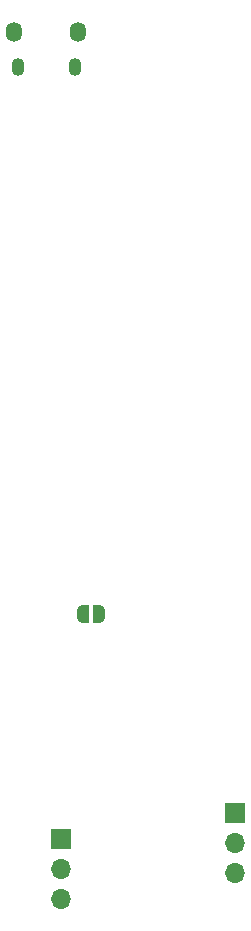
<source format=gbr>
%TF.GenerationSoftware,KiCad,Pcbnew,8.0.6*%
%TF.CreationDate,2024-11-25T23:57:45-05:00*%
%TF.ProjectId,Christmas Ornament 2024,43687269-7374-46d6-9173-204f726e616d,rev?*%
%TF.SameCoordinates,Original*%
%TF.FileFunction,Soldermask,Bot*%
%TF.FilePolarity,Negative*%
%FSLAX46Y46*%
G04 Gerber Fmt 4.6, Leading zero omitted, Abs format (unit mm)*
G04 Created by KiCad (PCBNEW 8.0.6) date 2024-11-25 23:57:45*
%MOMM*%
%LPD*%
G01*
G04 APERTURE LIST*
G04 Aperture macros list*
%AMFreePoly0*
4,1,19,0.500000,-0.750000,0.000000,-0.750000,0.000000,-0.744911,-0.071157,-0.744911,-0.207708,-0.704816,-0.327430,-0.627875,-0.420627,-0.520320,-0.479746,-0.390866,-0.500000,-0.250000,-0.500000,0.250000,-0.479746,0.390866,-0.420627,0.520320,-0.327430,0.627875,-0.207708,0.704816,-0.071157,0.744911,0.000000,0.744911,0.000000,0.750000,0.500000,0.750000,0.500000,-0.750000,0.500000,-0.750000,
$1*%
%AMFreePoly1*
4,1,19,0.000000,0.744911,0.071157,0.744911,0.207708,0.704816,0.327430,0.627875,0.420627,0.520320,0.479746,0.390866,0.500000,0.250000,0.500000,-0.250000,0.479746,-0.390866,0.420627,-0.520320,0.327430,-0.627875,0.207708,-0.704816,0.071157,-0.744911,0.000000,-0.744911,0.000000,-0.750000,-0.500000,-0.750000,-0.500000,0.750000,0.000000,0.750000,0.000000,0.744911,0.000000,0.744911,
$1*%
G04 Aperture macros list end*
%ADD10R,1.700000X1.700000*%
%ADD11O,1.700000X1.700000*%
%ADD12O,1.350000X1.700000*%
%ADD13O,1.100000X1.500000*%
%ADD14FreePoly0,180.000000*%
%ADD15FreePoly1,180.000000*%
G04 APERTURE END LIST*
D10*
%TO.C,J4*%
X128270000Y-120904000D03*
D11*
X128270000Y-123444000D03*
X128270000Y-125984000D03*
%TD*%
D10*
%TO.C,J5*%
X143020000Y-118760000D03*
D11*
X143020000Y-121300000D03*
X143020000Y-123840000D03*
%TD*%
D12*
%TO.C,J1*%
X129755000Y-52560000D03*
D13*
X129444999Y-55559999D03*
X124605000Y-55560000D03*
D12*
X124295000Y-52560000D03*
%TD*%
D14*
%TO.C,JP1*%
X131460000Y-101854000D03*
D15*
X130160000Y-101854000D03*
%TD*%
M02*

</source>
